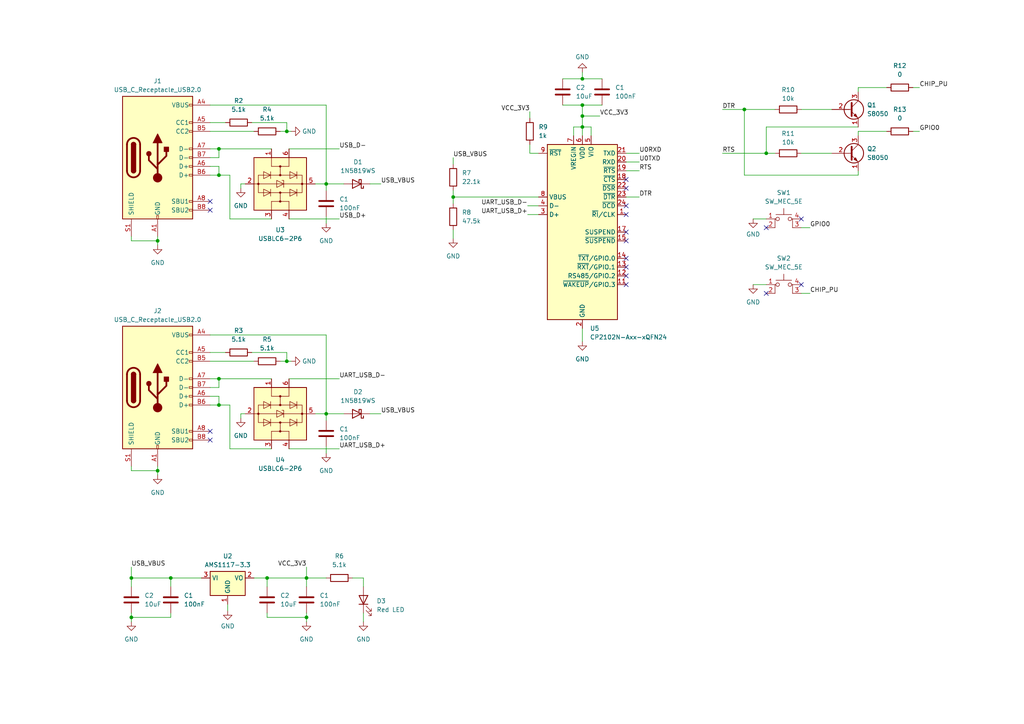
<source format=kicad_sch>
(kicad_sch (version 20230121) (generator eeschema)
  (paper "A4")
  (lib_symbols
    (symbol "Connector:USB_C_Receptacle_USB2.0" (pin_names (offset 1.016))
      (property "Reference" "J" (at -10.16 19.05 0))
      (property "Value" "USB_C_Receptacle_USB2.0" (at 19.05 19.05 0))
      (symbol "USB_C_Receptacle_USB2.0_0_0"
        (rectangle (start -0.254 -17.78) (end 0.254 -16.764))
        (rectangle (start 10.16 -14.986) (end 9.144 -15.494))
        (rectangle (start 10.16 -12.446) (end 9.144 -12.954))
        (rectangle (start 10.16 -4.826) (end 9.144 -5.334))
        (rectangle (start 10.16 -2.286) (end 9.144 -2.794))
        (rectangle (start 10.16 0.254) (end 9.144 -0.254))
        (rectangle (start 10.16 2.794) (end 9.144 2.286))
        (rectangle (start 10.16 7.874) (end 9.144 7.366))
        (rectangle (start 10.16 10.414) (end 9.144 9.906))
        (rectangle (start 10.16 15.494) (end 9.144 14.986))
      )
      (symbol "USB_C_Receptacle_USB2.0_0_1"
        (rectangle (start -10.16 17.78) (end 10.16 -17.78) (stroke (width 0.254)) (fill (type background)))
        (arc (start -8.89 -3.81) (mid -6.985 -5.7067) (end -5.08 -3.81) (stroke (width 0.508)))
        (arc (start -7.62 -3.81) (mid -6.985 -4.4423) (end -6.35 -3.81) (stroke (width 0.254)))
        (arc (start -7.62 -3.81) (mid -6.985 -4.4423) (end -6.35 -3.81) (stroke (width 0.254)) (fill (type outline)))
        (rectangle (start -7.62 -3.81) (end -6.35 3.81) (stroke (width 0.254)) (fill (type outline)))
        (arc (start -6.35 3.81) (mid -6.985 4.4423) (end -7.62 3.81) (stroke (width 0.254)))
        (arc (start -6.35 3.81) (mid -6.985 4.4423) (end -7.62 3.81) (stroke (width 0.254)) (fill (type outline)))
        (arc (start -5.08 3.81) (mid -6.985 5.7067) (end -8.89 3.81) (stroke (width 0.508)))
        (circle (center -2.54 1.143) (radius 0.635) (stroke (width 0.254)) (fill (type outline)))
        (circle (center 0 -5.842) (radius 1.27) (fill (type outline)))
        (polyline (pts (xy -8.89 -3.81) (xy -8.89 3.81)) (stroke (width 0.508)))
        (polyline (pts (xy -5.08 3.81) (xy -5.08 -3.81)) (stroke (width 0.508)))
        (polyline (pts (xy 0 -5.842) (xy 0 4.318)) (stroke (width 0.508)))
        (polyline (pts (xy 0 -3.302) (xy -2.54 -0.762) (xy -2.54 0.508)) (stroke (width 0.508)))
        (polyline (pts (xy 0 -2.032) (xy 2.54 0.508) (xy 2.54 1.778)) (stroke (width 0.508)))
        (polyline (pts (xy -1.27 4.318) (xy 0 6.858) (xy 1.27 4.318) (xy -1.27 4.318)) (stroke (width 0.254)) (fill (type outline)))
        (rectangle (start 1.905 1.778) (end 3.175 3.048) (stroke (width 0.254)) (fill (type outline)))
      )
      (symbol "USB_C_Receptacle_USB2.0_1_1"
        (pin passive line (at 0 -22.86 90) (length 5.08) (name "GND") (number "A1"))
        (pin passive line (at 0 -22.86 90) (length 5.08) hide (name "GND") (number "A12"))
        (pin passive line (at 15.24 15.24 180) (length 5.08) (name "VBUS") (number "A4"))
        (pin bidirectional line (at 15.24 10.16 180) (length 5.08) (name "CC1") (number "A5"))
        (pin bidirectional line (at 15.24 -2.54 180) (length 5.08) (name "D+") (number "A6"))
        (pin bidirectional line (at 15.24 2.54 180) (length 5.08) (name "D-") (number "A7"))
        (pin bidirectional line (at 15.24 -12.7 180) (length 5.08) (name "SBU1") (number "A8"))
        (pin passive line (at 15.24 15.24 180) (length 5.08) hide (name "VBUS") (number "A9"))
        (pin passive line (at 0 -22.86 90) (length 5.08) hide (name "GND") (number "B1"))
        (pin passive line (at 0 -22.86 90) (length 5.08) hide (name "GND") (number "B12"))
        (pin passive line (at 15.24 15.24 180) (length 5.08) hide (name "VBUS") (number "B4"))
        (pin bidirectional line (at 15.24 7.62 180) (length 5.08) (name "CC2") (number "B5"))
        (pin bidirectional line (at 15.24 -5.08 180) (length 5.08) (name "D+") (number "B6"))
        (pin bidirectional line (at 15.24 0 180) (length 5.08) (name "D-") (number "B7"))
        (pin bidirectional line (at 15.24 -15.24 180) (length 5.08) (name "SBU2") (number "B8"))
        (pin passive line (at 15.24 15.24 180) (length 5.08) hide (name "VBUS") (number "B9"))
        (pin passive line (at -7.62 -22.86 90) (length 5.08) (name "SHIELD") (number "S1"))
      )
    )
    (symbol "Device:C" (pin_numbers hide) (pin_names (offset 0.254))
      (property "Reference" "C" (at 0.635 2.54 0))
      (property "Value" "C" (at 0.635 -2.54 0))
      (symbol "C_0_1"
        (polyline (pts (xy -2.032 -0.762) (xy 2.032 -0.762)) (stroke (width 0.508)))
        (polyline (pts (xy -2.032 0.762) (xy 2.032 0.762)) (stroke (width 0.508)))
      )
      (symbol "C_1_1"
        (pin passive line (at 0 3.81 270) (length 2.794) (name "~") (number "1"))
        (pin passive line (at 0 -3.81 90) (length 2.794) (name "~") (number "2"))
      )
    )
    (symbol "Device:LED" (pin_numbers hide) (pin_names (offset 1.016) hide)
      (property "Reference" "D" (at 0 2.54 0))
      (property "Value" "LED" (at 0 -2.54 0))
      (symbol "LED_0_1"
        (polyline (pts (xy -1.27 -1.27) (xy -1.27 1.27)) (stroke (width 0.254)))
        (polyline (pts (xy -1.27 0) (xy 1.27 0)))
        (polyline (pts (xy 1.27 -1.27) (xy 1.27 1.27) (xy -1.27 0) (xy 1.27 -1.27)) (stroke (width 0.254)))
        (polyline (pts (xy -3.048 -0.762) (xy -4.572 -2.286) (xy -3.81 -2.286) (xy -4.572 -2.286) (xy -4.572 -1.524)))
        (polyline (pts (xy -1.778 -0.762) (xy -3.302 -2.286) (xy -2.54 -2.286) (xy -3.302 -2.286) (xy -3.302 -1.524)))
      )
      (symbol "LED_1_1"
        (pin passive line (at -3.81 0 0) (length 2.54) (name "K") (number "1"))
        (pin passive line (at 3.81 0 180) (length 2.54) (name "A") (number "2"))
      )
    )
    (symbol "Device:R" (pin_numbers hide) (pin_names (offset 0))
      (property "Reference" "R" (at 2.032 0 90))
      (property "Value" "R" (at 0 0 90))
      (symbol "R_0_1"
        (rectangle (start -1.016 -2.54) (end 1.016 2.54) (stroke (width 0.254)))
      )
      (symbol "R_1_1"
        (pin passive line (at 0 3.81 270) (length 1.27) (name "~") (number "1"))
        (pin passive line (at 0 -3.81 90) (length 1.27) (name "~") (number "2"))
      )
    )
    (symbol "Diode:1N5819WS" (pin_numbers hide) (pin_names (offset 1.016) hide)
      (property "Reference" "D" (at 0 2.54 0))
      (property "Value" "1N5819WS" (at 0 -2.54 0))
      (symbol "1N5819WS_0_1"
        (polyline (pts (xy 1.27 0) (xy -1.27 0)))
        (polyline (pts (xy 1.27 1.27) (xy 1.27 -1.27) (xy -1.27 0) (xy 1.27 1.27)) (stroke (width 0.254)))
        (polyline (pts (xy -1.905 0.635) (xy -1.905 1.27) (xy -1.27 1.27) (xy -1.27 -1.27) (xy -0.635 -1.27) (xy -0.635 -0.635)) (stroke (width 0.254)))
      )
      (symbol "1N5819WS_1_1"
        (pin passive line (at -3.81 0 0) (length 2.54) (name "K") (number "1"))
        (pin passive line (at 3.81 0 180) (length 2.54) (name "A") (number "2"))
      )
    )
    (symbol "Interface_USB:CP2102N-Axx-xQFN24"
      (property "Reference" "U" (at -8.89 26.67 0))
      (property "Value" "CP2102N-Axx-xQFN24" (at 13.97 26.67 0))
      (symbol "CP2102N-Axx-xQFN24_0_1"
        (rectangle (start -10.16 25.4) (end 10.16 -25.4) (stroke (width 0.254)) (fill (type background)))
      )
      (symbol "CP2102N-Axx-xQFN24_1_1"
        (pin bidirectional line (at 12.7 5.08 180) (length 2.54) (name "~{RI}/CLK") (number "1"))
        (pin no_connect line (at -10.16 -22.86 0) (length 2.54) hide (name "NC") (number "10"))
        (pin bidirectional line (at 12.7 -15.24 180) (length 2.54) (name "~{WAKEUP}/GPIO.3") (number "11"))
        (pin bidirectional line (at 12.7 -12.7 180) (length 2.54) (name "RS485/GPIO.2") (number "12"))
        (pin bidirectional line (at 12.7 -10.16 180) (length 2.54) (name "~{RXT}/GPIO.1") (number "13"))
        (pin bidirectional line (at 12.7 -7.62 180) (length 2.54) (name "~{TXT}/GPIO.0") (number "14"))
        (pin output line (at 12.7 -2.54 180) (length 2.54) (name "~{SUSPEND}") (number "15"))
        (pin no_connect line (at 10.16 -22.86 180) (length 2.54) hide (name "NC") (number "16"))
        (pin output line (at 12.7 0 180) (length 2.54) (name "SUSPEND") (number "17"))
        (pin input line (at 12.7 15.24 180) (length 2.54) (name "~{CTS}") (number "18"))
        (pin output line (at 12.7 17.78 180) (length 2.54) (name "~{RTS}") (number "19"))
        (pin power_in line (at 0 -27.94 90) (length 2.54) (name "GND") (number "2"))
        (pin input line (at 12.7 20.32 180) (length 2.54) (name "RXD") (number "20"))
        (pin output line (at 12.7 22.86 180) (length 2.54) (name "TXD") (number "21"))
        (pin input line (at 12.7 12.7 180) (length 2.54) (name "~{DSR}") (number "22"))
        (pin output line (at 12.7 10.16 180) (length 2.54) (name "~{DTR}") (number "23"))
        (pin input line (at 12.7 7.62 180) (length 2.54) (name "~{DCD}") (number "24"))
        (pin passive line (at 0 -27.94 90) (length 2.54) hide (name "GND") (number "25"))
        (pin bidirectional line (at -12.7 5.08 0) (length 2.54) (name "D+") (number "3"))
        (pin bidirectional line (at -12.7 7.62 0) (length 2.54) (name "D-") (number "4"))
        (pin power_in line (at 2.54 27.94 270) (length 2.54) (name "VIO") (number "5"))
        (pin power_in line (at 0 27.94 270) (length 2.54) (name "VDD") (number "6"))
        (pin power_in line (at -2.54 27.94 270) (length 2.54) (name "VREGIN") (number "7"))
        (pin input line (at -12.7 10.16 0) (length 2.54) (name "VBUS") (number "8"))
        (pin input line (at -12.7 22.86 0) (length 2.54) (name "~{RST}") (number "9"))
      )
    )
    (symbol "Power_Protection:USBLC6-2P6" (pin_names hide)
      (property "Reference" "U" (at 2.54 8.89 0))
      (property "Value" "USBLC6-2P6" (at 2.54 -8.89 0))
      (symbol "USBLC6-2P6_0_1"
        (rectangle (start -7.62 -7.62) (end 7.62 7.62) (stroke (width 0.254)) (fill (type background)))
        (circle (center -5.08 0) (radius 0.254) (fill (type outline)))
        (circle (center -2.54 0) (radius 0.254) (fill (type outline)))
        (rectangle (start -2.54 6.35) (end 2.54 -6.35))
        (circle (center 0 -6.35) (radius 0.254) (fill (type outline)))
        (polyline (pts (xy -5.08 -2.54) (xy -7.62 -2.54)))
        (polyline (pts (xy -5.08 0) (xy -5.08 -2.54)))
        (polyline (pts (xy -5.08 2.54) (xy -7.62 2.54)))
        (polyline (pts (xy -1.524 -2.794) (xy -3.556 -2.794)))
        (polyline (pts (xy -1.524 4.826) (xy -3.556 4.826)))
        (polyline (pts (xy 0 -7.62) (xy 0 -6.35)))
        (polyline (pts (xy 0 -6.35) (xy 0 1.27)))
        (polyline (pts (xy 0 1.27) (xy 0 6.35)))
        (polyline (pts (xy 0 6.35) (xy 0 7.62)))
        (polyline (pts (xy 1.524 -2.794) (xy 3.556 -2.794)))
        (polyline (pts (xy 1.524 4.826) (xy 3.556 4.826)))
        (polyline (pts (xy 5.08 -2.54) (xy 7.62 -2.54)))
        (polyline (pts (xy 5.08 0) (xy 5.08 -2.54)))
        (polyline (pts (xy 5.08 2.54) (xy 7.62 2.54)))
        (polyline (pts (xy -2.54 0) (xy -5.08 0) (xy -5.08 2.54)))
        (polyline (pts (xy 2.54 0) (xy 5.08 0) (xy 5.08 2.54)))
        (polyline (pts (xy -3.556 -4.826) (xy -1.524 -4.826) (xy -2.54 -2.794) (xy -3.556 -4.826)))
        (polyline (pts (xy -3.556 2.794) (xy -1.524 2.794) (xy -2.54 4.826) (xy -3.556 2.794)))
        (polyline (pts (xy -1.016 -1.016) (xy 1.016 -1.016) (xy 0 1.016) (xy -1.016 -1.016)))
        (polyline (pts (xy 1.016 1.016) (xy 0.762 1.016) (xy -1.016 1.016) (xy -1.016 0.508)))
        (polyline (pts (xy 3.556 -4.826) (xy 1.524 -4.826) (xy 2.54 -2.794) (xy 3.556 -4.826)))
        (polyline (pts (xy 3.556 2.794) (xy 1.524 2.794) (xy 2.54 4.826) (xy 3.556 2.794)))
        (circle (center 0 6.35) (radius 0.254) (fill (type outline)))
        (circle (center 2.54 0) (radius 0.254) (fill (type outline)))
        (circle (center 5.08 0) (radius 0.254) (fill (type outline)))
      )
      (symbol "USBLC6-2P6_1_1"
        (pin passive line (at -10.16 -2.54 0) (length 2.54) (name "I/O1") (number "1"))
        (pin passive line (at 0 -10.16 90) (length 2.54) (name "GND") (number "2"))
        (pin passive line (at 10.16 -2.54 180) (length 2.54) (name "I/O2") (number "3"))
        (pin passive line (at 10.16 2.54 180) (length 2.54) (name "I/O2") (number "4"))
        (pin passive line (at 0 10.16 270) (length 2.54) (name "VBUS") (number "5"))
        (pin passive line (at -10.16 2.54 0) (length 2.54) (name "I/O1") (number "6"))
      )
    )
    (symbol "Regulator_Linear:AMS1117-3.3"
      (property "Reference" "U" (at -3.81 3.175 0))
      (property "Value" "AMS1117-3.3" (at 0 3.175 0))
      (symbol "AMS1117-3.3_0_1"
        (rectangle (start -5.08 -5.08) (end 5.08 1.905) (stroke (width 0.254)) (fill (type background)))
      )
      (symbol "AMS1117-3.3_1_1"
        (pin power_in line (at 0 -7.62 90) (length 2.54) (name "GND") (number "1"))
        (pin power_out line (at 7.62 0 180) (length 2.54) (name "VO") (number "2"))
        (pin power_in line (at -7.62 0 0) (length 2.54) (name "VI") (number "3"))
      )
    )
    (symbol "Switch:SW_MEC_5E" (pin_names (offset 1.016) hide)
      (property "Reference" "SW" (at 0.635 5.715 0))
      (property "Value" "SW_MEC_5E" (at 0 -3.175 0))
      (symbol "SW_MEC_5E_0_1"
        (circle (center -1.778 2.54) (radius 0.508))
        (polyline (pts (xy -2.286 3.81) (xy 2.286 3.81)))
        (polyline (pts (xy 0 3.81) (xy 0 5.588)))
        (polyline (pts (xy -2.54 0) (xy -2.54 2.54) (xy -2.286 2.54)))
        (polyline (pts (xy 2.54 0) (xy 2.54 2.54) (xy 2.286 2.54)))
        (circle (center 1.778 2.54) (radius 0.508))
        (pin passive line (at -5.08 2.54 0) (length 2.54) (name "1") (number "1"))
        (pin passive line (at -5.08 0 0) (length 2.54) (name "2") (number "2"))
        (pin passive line (at 5.08 0 180) (length 2.54) (name "K") (number "3"))
        (pin passive line (at 5.08 2.54 180) (length 2.54) (name "A") (number "4"))
      )
    )
    (symbol "Transistor_BJT:S8050" (pin_names (offset 0) hide)
      (property "Reference" "Q" (at 5.08 1.905 0))
      (property "Value" "S8050" (at 5.08 0 0))
      (symbol "S8050_0_1"
        (polyline (pts (xy 0 0) (xy 0.635 0)))
        (polyline (pts (xy 0.635 0.635) (xy 2.54 2.54)))
        (polyline (pts (xy 0.635 -0.635) (xy 2.54 -2.54) (xy 2.54 -2.54)))
        (polyline (pts (xy 0.635 1.905) (xy 0.635 -1.905) (xy 0.635 -1.905)) (stroke (width 0.508)))
        (polyline (pts (xy 1.27 -1.778) (xy 1.778 -1.27) (xy 2.286 -2.286) (xy 1.27 -1.778) (xy 1.27 -1.778)) (fill (type outline)))
        (circle (center 1.27 0) (radius 2.8194) (stroke (width 0.254)))
      )
      (symbol "S8050_1_1"
        (pin passive line (at 2.54 -5.08 90) (length 2.54) (name "E") (number "1"))
        (pin input line (at -5.08 0 0) (length 5.08) (name "B") (number "2"))
        (pin passive line (at 2.54 5.08 270) (length 2.54) (name "C") (number "3"))
      )
    )
    (symbol "power:GND" (power) (pin_names (offset 0))
      (property "Value" "GND" (at 0 -3.81 0))
      (symbol "GND_0_1"
        (polyline (pts (xy 0 0) (xy 0 -1.27) (xy 1.27 -1.27) (xy 0 -2.54) (xy -1.27 -1.27) (xy 0 -1.27)))
      )
      (symbol "GND_1_1"
        (pin power_in line (at 0 0 270) (length 0) hide (name "GND") (number "1"))
      )
    )
  )
  (junction (at 83.185 38.1))
  (junction (at 131.445 57.15))
  (junction (at 168.91 30.48))
  (junction (at 215.9 31.75))
  (junction (at 168.91 33.655))
  (junction (at 38.1 179.07))
  (junction (at 49.53 167.64))
  (junction (at 63.5 43.18))
  (junction (at 45.72 69.85))
  (junction (at 222.25 44.45))
  (junction (at 168.91 22.86))
  (junction (at 94.615 120.015))
  (junction (at 88.9 167.64))
  (junction (at 45.72 136.525))
  (junction (at 83.185 104.775))
  (junction (at 88.9 179.07))
  (junction (at 63.5 117.475))
  (junction (at 63.5 50.8))
  (junction (at 63.5 109.855))
  (junction (at 168.91 36.83))
  (junction (at 94.615 53.34))
  (junction (at 38.1 167.64))
  (junction (at 77.47 167.64))
  (no_connect (at 181.61 52.07))
  (no_connect (at 222.25 85.09))
  (no_connect (at 60.96 60.96))
  (no_connect (at 60.96 127.635))
  (no_connect (at 181.61 82.55))
  (no_connect (at 222.25 66.04))
  (no_connect (at 232.41 82.55))
  (no_connect (at 181.61 62.23))
  (no_connect (at 181.61 77.47))
  (no_connect (at 181.61 54.61))
  (no_connect (at 181.61 80.01))
  (no_connect (at 181.61 69.85))
  (no_connect (at 181.61 67.31))
  (no_connect (at 60.96 58.42))
  (no_connect (at 232.41 63.5))
  (no_connect (at 181.61 59.69))
  (no_connect (at 181.61 74.93))
  (no_connect (at 60.96 125.095))
  (wire (pts (xy 163.195 30.48) (xy 168.91 30.48)))
  (wire (pts (xy 60.96 104.775) (xy 73.66 104.775)))
  (wire (pts (xy 222.25 44.45) (xy 224.79 44.45)))
  (wire (pts (xy 264.795 25.4) (xy 266.7 25.4)))
  (wire (pts (xy 63.5 114.935) (xy 63.5 117.475)))
  (wire (pts (xy 66.675 117.475) (xy 66.675 130.175)))
  (wire (pts (xy 168.91 22.86) (xy 174.625 22.86)))
  (wire (pts (xy 83.82 43.18) (xy 98.425 43.18)))
  (wire (pts (xy 88.9 179.07) (xy 88.9 180.34)))
  (wire (pts (xy 131.445 66.675) (xy 131.445 69.215)))
  (wire (pts (xy 94.615 62.865) (xy 94.615 64.77)))
  (wire (pts (xy 168.91 33.655) (xy 173.99 33.655)))
  (wire (pts (xy 181.61 46.99) (xy 185.42 46.99)))
  (wire (pts (xy 94.615 120.015) (xy 91.44 120.015)))
  (wire (pts (xy 38.1 136.525) (xy 45.72 136.525)))
  (wire (pts (xy 222.25 36.83) (xy 222.25 44.45)))
  (wire (pts (xy 215.9 50.8) (xy 215.9 31.75)))
  (wire (pts (xy 45.72 69.85) (xy 45.72 71.12)))
  (wire (pts (xy 77.47 167.64) (xy 77.47 170.18)))
  (wire (pts (xy 77.47 177.8) (xy 77.47 179.07)))
  (wire (pts (xy 38.1 179.07) (xy 38.1 180.34)))
  (wire (pts (xy 153.67 32.385) (xy 153.67 34.29)))
  (wire (pts (xy 38.1 69.85) (xy 45.72 69.85)))
  (wire (pts (xy 66.675 63.5) (xy 78.74 63.5)))
  (wire (pts (xy 63.5 45.72) (xy 63.5 43.18)))
  (wire (pts (xy 49.53 177.8) (xy 49.53 179.07)))
  (wire (pts (xy 94.615 53.34) (xy 91.44 53.34)))
  (wire (pts (xy 60.96 43.18) (xy 63.5 43.18)))
  (wire (pts (xy 60.96 50.8) (xy 63.5 50.8)))
  (wire (pts (xy 66.675 130.175) (xy 78.74 130.175)))
  (wire (pts (xy 73.66 167.64) (xy 77.47 167.64)))
  (wire (pts (xy 83.185 38.1) (xy 84.455 38.1)))
  (wire (pts (xy 63.5 48.26) (xy 63.5 50.8)))
  (wire (pts (xy 83.82 63.5) (xy 98.425 63.5)))
  (wire (pts (xy 105.41 177.8) (xy 105.41 180.34)))
  (wire (pts (xy 49.53 179.07) (xy 38.1 179.07)))
  (wire (pts (xy 73.025 102.235) (xy 83.185 102.235)))
  (wire (pts (xy 60.96 45.72) (xy 63.5 45.72)))
  (wire (pts (xy 83.82 109.855) (xy 98.425 109.855)))
  (wire (pts (xy 45.72 135.255) (xy 45.72 136.525)))
  (wire (pts (xy 153.035 62.23) (xy 156.21 62.23)))
  (wire (pts (xy 94.615 53.34) (xy 94.615 55.245)))
  (wire (pts (xy 45.72 136.525) (xy 45.72 137.795)))
  (wire (pts (xy 248.92 25.4) (xy 257.175 25.4)))
  (wire (pts (xy 60.96 38.1) (xy 73.66 38.1)))
  (wire (pts (xy 77.47 179.07) (xy 88.9 179.07)))
  (wire (pts (xy 102.235 167.64) (xy 105.41 167.64)))
  (wire (pts (xy 248.92 39.37) (xy 248.92 38.1)))
  (wire (pts (xy 66.675 50.8) (xy 66.675 63.5)))
  (wire (pts (xy 60.96 30.48) (xy 94.615 30.48)))
  (wire (pts (xy 248.92 36.83) (xy 222.25 36.83)))
  (wire (pts (xy 77.47 167.64) (xy 88.9 167.64)))
  (wire (pts (xy 38.1 167.64) (xy 49.53 167.64)))
  (wire (pts (xy 81.28 38.1) (xy 83.185 38.1)))
  (wire (pts (xy 168.91 33.655) (xy 168.91 36.83)))
  (wire (pts (xy 156.21 44.45) (xy 153.67 44.45)))
  (wire (pts (xy 63.5 112.395) (xy 63.5 109.855)))
  (wire (pts (xy 181.61 49.53) (xy 185.42 49.53)))
  (wire (pts (xy 63.5 109.855) (xy 78.74 109.855)))
  (wire (pts (xy 107.315 120.015) (xy 110.49 120.015)))
  (wire (pts (xy 168.91 95.25) (xy 168.91 99.06)))
  (wire (pts (xy 38.1 68.58) (xy 38.1 69.85)))
  (wire (pts (xy 73.025 35.56) (xy 83.185 35.56)))
  (wire (pts (xy 181.61 57.15) (xy 185.42 57.15)))
  (wire (pts (xy 94.615 30.48) (xy 94.615 53.34)))
  (wire (pts (xy 69.85 120.015) (xy 69.85 121.285)))
  (wire (pts (xy 153.67 44.45) (xy 153.67 41.91)))
  (wire (pts (xy 105.41 167.64) (xy 105.41 170.18)))
  (wire (pts (xy 163.195 22.86) (xy 168.91 22.86)))
  (wire (pts (xy 131.445 55.245) (xy 131.445 57.15)))
  (wire (pts (xy 60.96 112.395) (xy 63.5 112.395)))
  (wire (pts (xy 94.615 129.54) (xy 94.615 131.445)))
  (wire (pts (xy 248.92 26.67) (xy 248.92 25.4)))
  (wire (pts (xy 83.82 130.175) (xy 98.425 130.175)))
  (wire (pts (xy 83.185 35.56) (xy 83.185 38.1)))
  (wire (pts (xy 232.41 66.04) (xy 234.95 66.04)))
  (wire (pts (xy 60.96 48.26) (xy 63.5 48.26)))
  (wire (pts (xy 60.96 35.56) (xy 65.405 35.56)))
  (wire (pts (xy 49.53 167.64) (xy 49.53 170.18)))
  (wire (pts (xy 94.615 120.015) (xy 94.615 121.92)))
  (wire (pts (xy 71.12 120.015) (xy 69.85 120.015)))
  (wire (pts (xy 171.45 36.83) (xy 168.91 36.83)))
  (wire (pts (xy 60.96 102.235) (xy 65.405 102.235)))
  (wire (pts (xy 66.04 175.26) (xy 66.04 177.165)))
  (wire (pts (xy 94.615 97.155) (xy 94.615 120.015)))
  (wire (pts (xy 248.92 49.53) (xy 248.92 50.8)))
  (wire (pts (xy 83.185 102.235) (xy 83.185 104.775)))
  (wire (pts (xy 168.91 39.37) (xy 168.91 36.83)))
  (wire (pts (xy 153.035 59.69) (xy 156.21 59.69)))
  (wire (pts (xy 248.92 38.1) (xy 257.175 38.1)))
  (wire (pts (xy 88.9 177.8) (xy 88.9 179.07)))
  (wire (pts (xy 218.44 82.55) (xy 222.25 82.55)))
  (wire (pts (xy 63.5 43.18) (xy 78.74 43.18)))
  (wire (pts (xy 60.96 97.155) (xy 94.615 97.155)))
  (wire (pts (xy 88.9 164.465) (xy 88.9 167.64)))
  (wire (pts (xy 94.615 120.015) (xy 99.695 120.015)))
  (wire (pts (xy 60.96 117.475) (xy 63.5 117.475)))
  (wire (pts (xy 215.9 31.75) (xy 224.79 31.75)))
  (wire (pts (xy 166.37 36.83) (xy 168.91 36.83)))
  (wire (pts (xy 69.85 53.34) (xy 69.85 54.61)))
  (wire (pts (xy 232.41 85.09) (xy 234.95 85.09)))
  (wire (pts (xy 166.37 39.37) (xy 166.37 36.83)))
  (wire (pts (xy 60.96 109.855) (xy 63.5 109.855)))
  (wire (pts (xy 38.1 177.8) (xy 38.1 179.07)))
  (wire (pts (xy 60.96 114.935) (xy 63.5 114.935)))
  (wire (pts (xy 94.615 167.64) (xy 88.9 167.64)))
  (wire (pts (xy 131.445 57.15) (xy 131.445 59.055)))
  (wire (pts (xy 83.185 104.775) (xy 84.455 104.775)))
  (wire (pts (xy 248.92 50.8) (xy 215.9 50.8)))
  (wire (pts (xy 209.55 44.45) (xy 222.25 44.45)))
  (wire (pts (xy 88.9 167.64) (xy 88.9 170.18)))
  (wire (pts (xy 94.615 53.34) (xy 99.695 53.34)))
  (wire (pts (xy 209.55 31.75) (xy 215.9 31.75)))
  (wire (pts (xy 38.1 164.465) (xy 38.1 167.64)))
  (wire (pts (xy 168.91 30.48) (xy 168.91 33.655)))
  (wire (pts (xy 45.72 68.58) (xy 45.72 69.85)))
  (wire (pts (xy 232.41 31.75) (xy 241.3 31.75)))
  (wire (pts (xy 38.1 167.64) (xy 38.1 170.18)))
  (wire (pts (xy 168.91 20.955) (xy 168.91 22.86)))
  (wire (pts (xy 168.91 30.48) (xy 174.625 30.48)))
  (wire (pts (xy 264.795 38.1) (xy 266.7 38.1)))
  (wire (pts (xy 63.5 117.475) (xy 66.675 117.475)))
  (wire (pts (xy 131.445 45.72) (xy 131.445 47.625)))
  (wire (pts (xy 49.53 167.64) (xy 58.42 167.64)))
  (wire (pts (xy 71.12 53.34) (xy 69.85 53.34)))
  (wire (pts (xy 81.28 104.775) (xy 83.185 104.775)))
  (wire (pts (xy 181.61 44.45) (xy 185.42 44.45)))
  (wire (pts (xy 63.5 50.8) (xy 66.675 50.8)))
  (wire (pts (xy 218.44 63.5) (xy 222.25 63.5)))
  (wire (pts (xy 38.1 135.255) (xy 38.1 136.525)))
  (wire (pts (xy 232.41 44.45) (xy 241.3 44.45)))
  (wire (pts (xy 131.445 57.15) (xy 156.21 57.15)))
  (wire (pts (xy 107.315 53.34) (xy 110.49 53.34)))
  (wire (pts (xy 171.45 39.37) (xy 171.45 36.83)))
  (label "UART_USB_D-" (at 98.425 109.855 0))
  (label "USB_D+" (at 98.425 63.5 0))
  (label "USB_VBUS" (at 131.445 45.72 0))
  (label "DTR" (at 209.55 31.75 0))
  (label "UART_USB_D-" (at 153.035 59.69 180))
  (label "CHIP_PU" (at 266.7 25.4 0))
  (label "GPIO0" (at 234.95 66.04 0))
  (label "RTS" (at 185.42 49.53 0))
  (label "USB_D-" (at 98.425 43.18 0))
  (label "U0TXD" (at 185.42 46.99 0))
  (label "VCC_3V3" (at 173.99 33.655 0))
  (label "UART_USB_D+" (at 153.035 62.23 180))
  (label "CHIP_PU" (at 234.95 85.09 0))
  (label "GPIO0" (at 266.7 38.1 0))
  (label "U0RXD" (at 185.42 44.45 0))
  (label "USB_VBUS" (at 110.49 53.34 0))
  (label "UART_USB_D+" (at 98.425 130.175 0))
  (label "VCC_3V3" (at 88.9 164.465 180))
  (label "VCC_3V3" (at 153.67 32.385 180))
  (label "RTS" (at 209.55 44.45 0))
  (label "DTR" (at 185.42 57.15 0))
  (label "USB_VBUS" (at 110.49 120.015 0))
  (label "USB_VBUS" (at 38.1 164.465 0))
  (symbol (lib_id "Power_Protection:USBLC6-2P6") (at 81.28 53.34 270) (unit 1)
    (property "Reference" "U3" (at 81.28 66.675 90))
    (property "Value" "USBLC6-2P6" (at 81.28 69.215 90))
    (property "Footprint" "Package_TO_SOT_SMD:SOT-666" (effects hide))
    (property "Datasheet" "https://www.st.com/resource/en/datasheet/usblc6-2.pdf" (effects hide))
    (property "LCSC Part #" "C2827693" (effects hide))
  )
  (symbol (lib_id "Device:C") (at 38.1 173.99 0) (unit 1)
    (property "Reference" "C2" (at 41.91 172.72 0) (effects (justify left)))
    (property "Value" "10uF" (at 41.91 175.26 0) (effects (justify left)))
    (property "Footprint" "Capacitor_SMD:C_0603_1608Metric" (effects hide))
    (property "LCSC Part #" "C96446" (effects hide))
    (instances (project "esp32s3" (path "" (reference "C2") (unit 1)) (path "" (reference "C2") (unit 1)) (path "" (reference "C4") (unit 1))))
  )
  (symbol (lib_id "Regulator_Linear:AMS1117-3.3") (at 66.04 167.64 0) (unit 1)
    (property "Reference" "U2" (at 66.04 161.29 0))
    (property "Value" "AMS1117-3.3" (at 66.04 163.83 0))
    (property "Footprint" "Package_TO_SOT_SMD:SOT-223-3_TabPin2" (effects hide))
    (property "Datasheet" "http://www.advanced-monolithic.com/pdf/ds1117.pdf" (effects hide))
  )
  (symbol (lib_id "Device:R") (at 77.47 38.1 90) (unit 1)
    (property "Reference" "R4" (at 77.47 31.75 90))
    (property "Value" "5.1k" (at 77.47 34.29 90))
    (property "Footprint" "Resistor_SMD:R_0402_1005Metric" (effects hide))
    (property "LCSC Part #" "C25905" (effects hide))
  )
  (symbol (lib_id "power:GND") (at 69.85 121.285 0) (unit 1)
    (property "Reference" "#PWR010" (effects hide))
    (property "Value" "GND" (at 69.85 126.365 0))
  )
  (symbol (lib_id "Device:R") (at 131.445 62.865 0) (unit 1)
    (property "Reference" "R8" (at 133.985 61.595 0) (effects (justify left)))
    (property "Value" "47.5k" (at 133.985 64.135 0) (effects (justify left)))
    (property "Footprint" "Resistor_SMD:R_0402_1005Metric" (effects hide))
    (property "LCSC Part #" "C25792" (effects hide))
  )
  (symbol (lib_id "power:GND") (at 94.615 131.445 0) (unit 1)
    (property "Reference" "#PWR015" (effects hide))
    (property "Value" "GND" (at 94.615 136.525 0))
  )
  (symbol (lib_id "power:GND") (at 66.04 177.165 0) (unit 1)
    (property "Reference" "#PWR08" (effects hide))
    (property "Value" "GND" (at 66.04 181.61 0))
  )
  (symbol (lib_id "power:GND") (at 105.41 180.34 0) (unit 1)
    (property "Reference" "#PWR016" (effects hide))
    (property "Value" "GND" (at 105.41 185.42 0))
  )
  (symbol (lib_id "power:GND") (at 218.44 82.55 0) (unit 1)
    (property "Reference" "#PWR021" (effects hide))
    (property "Value" "GND" (at 218.44 87.63 0))
  )
  (symbol (lib_id "Transistor_BJT:S8050") (at 246.38 44.45 0) (unit 1)
    (property "Reference" "Q2" (at 251.46 43.18 0) (effects (justify left)))
    (property "Value" "S8050" (at 251.46 45.72 0) (effects (justify left)))
    (property "Footprint" "Package_TO_SOT_SMD:SOT-23" (effects hide))
    (property "Datasheet" "http://www.unisonic.com.tw/datasheet/S8050.pdf" (effects hide))
    (property "LCSC Part #" "C2150" (effects hide))
  )
  (symbol (lib_id "power:GND") (at 88.9 180.34 0) (unit 1)
    (property "Reference" "#PWR013" (effects hide))
    (property "Value" "GND" (at 88.9 185.42 0))
  )
  (symbol (lib_id "Power_Protection:USBLC6-2P6") (at 81.28 120.015 270) (unit 1)
    (property "Reference" "U4" (at 81.28 133.35 90))
    (property "Value" "USBLC6-2P6" (at 81.28 135.89 90))
    (property "Footprint" "Package_TO_SOT_SMD:SOT-666" (effects hide))
    (property "Datasheet" "https://www.st.com/resource/en/datasheet/usblc6-2.pdf" (effects hide))
    (property "LCSC Part #" "C2827693" (effects hide))
  )
  (symbol (lib_id "power:GND") (at 131.445 69.215 0) (unit 1)
    (property "Reference" "#PWR017" (effects hide))
    (property "Value" "GND" (at 131.445 74.295 0))
  )
  (symbol (lib_id "power:GND") (at 84.455 38.1 90) (unit 1)
    (property "Reference" "#PWR011" (effects hide))
    (property "Value" "GND" (at 87.63 38.1 90) (effects (justify right)))
  )
  (symbol (lib_id "power:GND") (at 218.44 63.5 0) (unit 1)
    (property "Reference" "#PWR020" (effects hide))
    (property "Value" "GND" (at 218.44 67.945 0))
  )
  (symbol (lib_id "Device:R") (at 153.67 38.1 180) (unit 1)
    (property "Reference" "R9" (at 156.21 36.83 0) (effects (justify right)))
    (property "Value" "1k" (at 156.21 39.37 0) (effects (justify right)))
    (property "Footprint" "Resistor_SMD:R_0402_1005Metric" (effects hide))
    (property "LCSC Part #" "C11702" (effects hide))
  )
  (symbol (lib_id "Interface_USB:CP2102N-Axx-xQFN24") (at 168.91 67.31 0) (unit 1)
    (property "Reference" "U5" (at 171.1041 95.25 0) (effects (justify left)))
    (property "Value" "CP2102N-Axx-xQFN24" (at 171.1041 97.79 0) (effects (justify left)))
    (property "Footprint" "Package_DFN_QFN:QFN-24-1EP_4x4mm_P0.5mm_EP2.6x2.6mm" (effects hide))
    (property "Datasheet" "https://www.silabs.com/documents/public/data-sheets/cp2102n-datasheet.pdf" (effects hide))
    (property "LCSC Part #" "C969151" (effects hide))
  )
  (symbol (lib_id "Diode:1N5819WS") (at 103.505 120.015 180) (unit 1)
    (property "Reference" "D2" (at 103.8225 113.665 0))
    (property "Value" "1N5819WS" (at 103.8225 116.205 0))
    (property "Footprint" "Diode_SMD:D_SOD-323" (effects hide))
    (property "Datasheet" "https://datasheet.lcsc.com/lcsc/2204281430_Guangdong-Hottech-1N5819WS_C191023.pdf" (effects hide))
    (property "LCSC Part #" "C191023" (effects hide))
  )
  (symbol (lib_id "Device:C") (at 49.53 173.99 0) (unit 1)
    (property "Reference" "C1" (at 53.34 172.72 0) (effects (justify left)))
    (property "Value" "100nF" (at 53.34 175.26 0) (effects (justify left)))
    (property "Footprint" "Capacitor_SMD:C_0402_1005Metric" (effects hide))
    (property "LCSC Part #" "C307331" (effects hide))
    (instances (project "esp32s3" (path "" (reference "C1") (unit 1)) (path "" (reference "C3") (unit 1)) (path "" (reference "C5") (unit 1))))
  )
  (symbol (lib_id "Device:R") (at 228.6 44.45 90) (unit 1)
    (property "Reference" "R11" (at 228.6 38.735 90))
    (property "Value" "10k" (at 228.6 41.275 90))
    (property "Footprint" "Resistor_SMD:R_0402_1005Metric" (effects hide))
    (property "LCSC Part #" "C25744" (effects hide))
  )
  (symbol (lib_id "Device:R") (at 131.445 51.435 0) (unit 1)
    (property "Reference" "R7" (at 133.985 50.165 0) (effects (justify left)))
    (property "Value" "22.1k" (at 133.985 52.705 0) (effects (justify left)))
    (property "Footprint" "Resistor_SMD:R_0402_1005Metric" (effects hide))
    (property "LCSC Part #" "C25768" (effects hide))
  )
  (symbol (lib_id "Device:C") (at 94.615 125.73 0) (unit 1)
    (property "Reference" "C1" (at 98.425 124.46 0) (effects (justify left)))
    (property "Value" "100nF" (at 98.425 127 0) (effects (justify left)))
    (property "Footprint" "Capacitor_SMD:C_0402_1005Metric" (effects hide))
    (property "LCSC Part #" "C307331" (effects hide))
    (instances (project "esp32s3" (path "" (reference "C1") (unit 1)) (path "" (reference "C3") (unit 1)) (path "" (reference "C9") (unit 1))))
  )
  (symbol (lib_id "Connector:USB_C_Receptacle_USB2.0") (at 45.72 45.72 0) (unit 1)
    (property "Reference" "J1" (at 45.72 23.495 0))
    (property "Value" "USB_C_Receptacle_USB2.0" (at 45.72 26.035 0))
    (property "Footprint" "Connector_USB:USB_C_Receptacle_Molex_105450-0101" (effects hide))
    (property "Datasheet" "https://www.usb.org/sites/default/files/documents/usb_type-c.zip" (effects hide))
    (property "LCSC Part #" "C134092" (effects hide))
  )
  (symbol (lib_id "power:GND") (at 45.72 71.12 0) (unit 1)
    (property "Reference" "#PWR06" (effects hide))
    (property "Value" "GND" (at 45.72 76.2 0))
  )
  (symbol (lib_id "Switch:SW_MEC_5E") (at 227.33 85.09 0) (unit 1)
    (property "Reference" "SW2" (at 227.33 74.93 0))
    (property "Value" "SW_MEC_5E" (at 227.33 77.47 0))
    (property "Footprint" "Button_Switch_SMD:SW_Push_1P1T_XKB_TS-1187A" (effects hide))
    (property "Datasheet" "http://www.apem.com/int/index.php?controller=attachment&id_attachment=1371" (effects hide))
    (property "LCSC Part #" "C318884" (effects hide))
  )
  (symbol (lib_id "Diode:1N5819WS") (at 103.505 53.34 180) (unit 1)
    (property "Reference" "D1" (at 103.8225 46.99 0))
    (property "Value" "1N5819WS" (at 103.8225 49.53 0))
    (property "Footprint" "Diode_SMD:D_SOD-323" (effects hide))
    (property "Datasheet" "https://datasheet.lcsc.com/lcsc/2204281430_Guangdong-Hottech-1N5819WS_C191023.pdf" (effects hide))
    (property "LCSC Part #" "C191023" (effects hide))
  )
  (symbol (lib_id "power:GND") (at 94.615 64.77 0) (unit 1)
    (property "Reference" "#PWR014" (effects hide))
    (property "Value" "GND" (at 94.615 69.85 0))
  )
  (symbol (lib_id "Device:R") (at 77.47 104.775 90) (unit 1)
    (property "Reference" "R5" (at 77.47 98.425 90))
    (property "Value" "5.1k" (at 77.47 100.965 90))
    (property "Footprint" "Resistor_SMD:R_0402_1005Metric" (effects hide))
    (property "LCSC Part #" "C25905" (effects hide))
  )
  (symbol (lib_id "Device:C") (at 174.625 26.67 0) (unit 1)
    (property "Reference" "C1" (at 178.435 25.4 0) (effects (justify left)))
    (property "Value" "100nF" (at 178.435 27.94 0) (effects (justify left)))
    (property "Footprint" "Capacitor_SMD:C_0402_1005Metric" (effects hide))
    (property "LCSC Part #" "C307331" (effects hide))
    (instances (project "esp32s3" (path "" (reference "C1") (unit 1)) (path "" (reference "C3") (unit 1)) (path "" (reference "C11") (unit 1))))
  )
  (symbol (lib_id "power:GND") (at 84.455 104.775 90) (unit 1)
    (property "Reference" "#PWR012" (effects hide))
    (property "Value" "GND" (at 87.63 104.775 90) (effects (justify right)))
  )
  (symbol (lib_id "Device:R") (at 228.6 31.75 90) (unit 1)
    (property "Reference" "R10" (at 228.6 26.035 90))
    (property "Value" "10k" (at 228.6 28.575 90))
    (property "Footprint" "Resistor_SMD:R_0402_1005Metric" (effects hide))
    (property "LCSC Part #" "C25744" (effects hide))
  )
  (symbol (lib_id "Transistor_BJT:S8050") (at 246.38 31.75 0) (unit 1)
    (property "Reference" "Q1" (at 251.46 30.48 0) (effects (justify left)))
    (property "Value" "S8050" (at 251.46 33.02 0) (effects (justify left)))
    (property "Footprint" "Package_TO_SOT_SMD:SOT-23" (effects hide))
    (property "Datasheet" "http://www.unisonic.com.tw/datasheet/S8050.pdf" (effects hide))
    (property "LCSC Part #" "C2150" (effects hide))
  )
  (symbol (lib_id "Device:LED") (at 105.41 173.99 90) (unit 1)
    (property "Reference" "D3" (at 109.22 174.3075 90) (effects (justify right)))
    (property "Value" "Red LED" (at 109.22 176.8475 90) (effects (justify right)))
    (property "Footprint" "LED_SMD:LED_0603_1608Metric" (effects hide))
    (property "LCSC Part #" "C2286" (effects hide))
  )
  (symbol (lib_id "power:GND") (at 45.72 137.795 0) (unit 1)
    (property "Reference" "#PWR07" (effects hide))
    (property "Value" "GND" (at 45.72 142.875 0))
  )
  (symbol (lib_id "Device:R") (at 69.215 35.56 90) (unit 1)
    (property "Reference" "R2" (at 69.215 29.21 90))
    (property "Value" "5.1k" (at 69.215 31.75 90))
    (property "Footprint" "Resistor_SMD:R_0402_1005Metric" (effects hide))
    (property "LCSC Part #" "C25905" (effects hide))
  )
  (symbol (lib_id "Switch:SW_MEC_5E") (at 227.33 66.04 0) (unit 1)
    (property "Reference" "SW1" (at 227.33 55.88 0))
    (property "Value" "SW_MEC_5E" (at 227.33 58.42 0))
    (property "Footprint" "Button_Switch_SMD:SW_Push_1P1T_XKB_TS-1187A" (effects hide))
    (property "Datasheet" "http://www.apem.com/int/index.php?controller=attachment&id_attachment=1371" (effects hide))
    (property "LCSC Part #" "C318884" (effects hide))
  )
  (symbol (lib_id "power:GND") (at 38.1 180.34 0) (unit 1)
    (property "Reference" "#PWR05" (effects hide))
    (property "Value" "GND" (at 38.1 185.42 0))
  )
  (symbol (lib_id "Device:C") (at 88.9 173.99 0) (unit 1)
    (property "Reference" "C1" (at 92.71 172.72 0) (effects (justify left)))
    (property "Value" "100nF" (at 92.71 175.26 0) (effects (justify left)))
    (property "Footprint" "Capacitor_SMD:C_0402_1005Metric" (effects hide))
    (property "LCSC Part #" "C307331" (effects hide))
    (instances (project "esp32s3" (path "" (reference "C1") (unit 1)) (path "" (reference "C3") (unit 1)) (path "" (reference "C7") (unit 1))))
  )
  (symbol (lib_id "Device:C") (at 77.47 173.99 0) (unit 1)
    (property "Reference" "C2" (at 81.28 172.72 0) (effects (justify left)))
    (property "Value" "10uF" (at 81.28 175.26 0) (effects (justify left)))
    (property "Footprint" "Capacitor_SMD:C_0603_1608Metric" (effects hide))
    (property "LCSC Part #" "C96446" (effects hide))
    (instances (project "esp32s3" (path "" (reference "C2") (unit 1)) (path "" (reference "C2") (unit 1)) (path "" (reference "C6") (unit 1))))
  )
  (symbol (lib_id "Device:C") (at 94.615 59.055 0) (unit 1)
    (property "Reference" "C1" (at 98.425 57.785 0) (effects (justify left)))
    (property "Value" "100nF" (at 98.425 60.325 0) (effects (justify left)))
    (property "Footprint" "Capacitor_SMD:C_0402_1005Metric" (effects hide))
    (property "LCSC Part #" "C307331" (effects hide))
    (instances (project "esp32s3" (path "" (reference "C1") (unit 1)) (path "" (reference "C3") (unit 1)) (path "" (reference "C8") (unit 1))))
  )
  (symbol (lib_id "power:GND") (at 168.91 20.955 180) (unit 1)
    (property "Reference" "#PWR018" (effects hide))
    (property "Value" "GND" (at 168.91 16.51 0))
  )
  (symbol (lib_id "power:GND") (at 69.85 54.61 0) (unit 1)
    (property "Reference" "#PWR09" (effects hide))
    (property "Value" "GND" (at 69.85 59.69 0))
  )
  (symbol (lib_id "power:GND") (at 168.91 99.06 0) (unit 1)
    (property "Reference" "#PWR019" (effects hide))
    (property "Value" "GND" (at 168.91 104.14 0))
  )
  (symbol (lib_id "Device:R") (at 98.425 167.64 270) (unit 1)
    (property "Reference" "R6" (at 98.425 161.29 90))
    (property "Value" "5.1k" (at 98.425 163.83 90))
    (property "Footprint" "Resistor_SMD:R_0402_1005Metric" (effects hide))
    (property "LCSC Part #" "C25905" (effects hide))
  )
  (symbol (lib_id "Device:R") (at 69.215 102.235 90) (unit 1)
    (property "Reference" "R3" (at 69.215 95.885 90))
    (property "Value" "5.1k" (at 69.215 98.425 90))
    (property "Footprint" "Resistor_SMD:R_0402_1005Metric" (effects hide))
    (property "LCSC Part #" "C25905" (effects hide))
  )
  (symbol (lib_id "Device:R") (at 260.985 38.1 270) (unit 1)
    (property "Reference" "R13" (at 260.985 31.75 90))
    (property "Value" "0" (at 260.985 34.29 90))
    (property "Footprint" "Resistor_SMD:R_0402_1005Metric" (effects hide))
    (property "LCSC Part #" "C17168" (effects hide))
  )
  (symbol (lib_id "Device:C") (at 163.195 26.67 0) (unit 1)
    (property "Reference" "C2" (at 167.005 25.4 0) (effects (justify left)))
    (property "Value" "10uF" (at 167.005 27.94 0) (effects (justify left)))
    (property "Footprint" "Capacitor_SMD:C_0603_1608Metric" (effects hide))
    (property "LCSC Part #" "C96446" (effects hide))
    (instances (project "esp32s3" (path "" (reference "C2") (unit 1)) (path "" (reference "C2") (unit 1)) (path "" (reference "C10") (unit 1))))
  )
  (symbol (lib_id "Device:R") (at 260.985 25.4 270) (unit 1)
    (property "Reference" "R12" (at 260.985 19.05 90))
    (property "Value" "0" (at 260.985 21.59 90))
    (property "Footprint" "Resistor_SMD:R_0402_1005Metric" (effects hide))
    (property "LCSC Part #" "C17168" (effects hide))
  )
  (symbol (lib_id "Connector:USB_C_Receptacle_USB2.0") (at 45.72 112.395 0) (unit 1)
    (property "Reference" "J2" (at 45.72 90.17 0))
    (property "Value" "USB_C_Receptacle_USB2.0" (at 45.72 92.71 0))
    (property "Footprint" "Connector_USB:USB_C_Receptacle_Molex_105450-0101" (effects hide))
    (property "Datasheet" "https://www.usb.org/sites/default/files/documents/usb_type-c.zip" (effects hide))
    (property "LCSC Part #" "C134092" (effects hide))
  )
)
</source>
